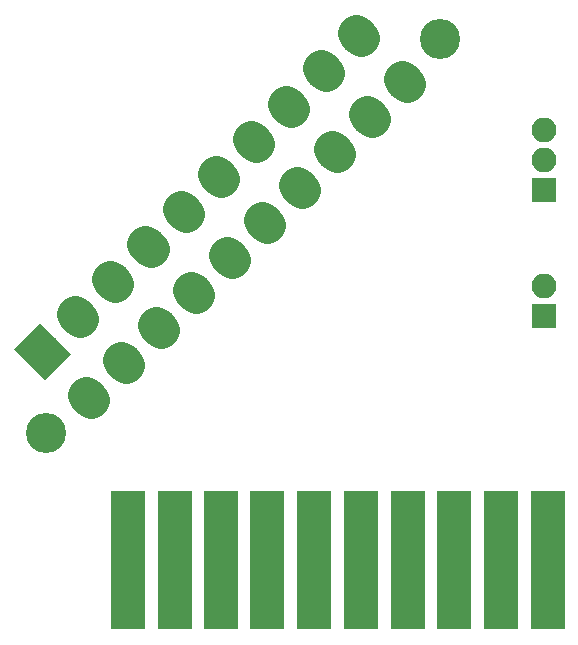
<source format=gbr>
G04 #@! TF.GenerationSoftware,KiCad,Pcbnew,5.0.0-fee4fd1~65~ubuntu17.10.1*
G04 #@! TF.CreationDate,2018-07-28T17:47:53-07:00*
G04 #@! TF.ProjectId,_autosave-ATX2PCjr,5F6175746F736176652D415458325043,rev?*
G04 #@! TF.SameCoordinates,Original*
G04 #@! TF.FileFunction,Soldermask,Top*
G04 #@! TF.FilePolarity,Negative*
%FSLAX46Y46*%
G04 Gerber Fmt 4.6, Leading zero omitted, Abs format (unit mm)*
G04 Created by KiCad (PCBNEW 5.0.0-fee4fd1~65~ubuntu17.10.1) date Sat Jul 28 17:47:53 2018*
%MOMM*%
%LPD*%
G01*
G04 APERTURE LIST*
%ADD10C,3.100000*%
%ADD11C,0.100000*%
%ADD12C,3.100000*%
%ADD13C,3.400000*%
%ADD14R,2.900000X11.720000*%
%ADD15R,2.100000X2.100000*%
%ADD16O,2.100000X2.100000*%
G04 APERTURE END LIST*
D10*
G04 #@! TO.C,J1*
X101380758Y-71979242D03*
D11*
G36*
X101592890Y-74383405D02*
X98976595Y-71767110D01*
X101168626Y-69575079D01*
X103784921Y-72191374D01*
X101592890Y-74383405D01*
X101592890Y-74383405D01*
G37*
D10*
X104350606Y-69009394D03*
D12*
X104138474Y-68797262D02*
X104562738Y-69221526D01*
D10*
X107320455Y-66039545D03*
D12*
X107108323Y-65827413D02*
X107532587Y-66251677D01*
D10*
X110290303Y-63069697D03*
D12*
X110078171Y-62857565D02*
X110502435Y-63281829D01*
D10*
X113260152Y-60099848D03*
D12*
X113048020Y-59887716D02*
X113472284Y-60311980D01*
D10*
X116230000Y-57130000D03*
D12*
X116017868Y-56917868D02*
X116442132Y-57342132D01*
D10*
X119199849Y-54160151D03*
D12*
X118987717Y-53948019D02*
X119411981Y-54372283D01*
D10*
X122169697Y-51190303D03*
D12*
X121957565Y-50978171D02*
X122381829Y-51402435D01*
D10*
X125139546Y-48220454D03*
D12*
X124927414Y-48008322D02*
X125351678Y-48432586D01*
D10*
X128109394Y-45250606D03*
D12*
X127897262Y-45038474D02*
X128321526Y-45462738D01*
D10*
X105269845Y-75868329D03*
D12*
X105057713Y-75656197D02*
X105481977Y-76080461D01*
D10*
X108239694Y-72898481D03*
D12*
X108027562Y-72686349D02*
X108451826Y-73110613D01*
D10*
X111209542Y-69928632D03*
D12*
X110997410Y-69716500D02*
X111421674Y-70140764D01*
D10*
X114179391Y-66958784D03*
D12*
X113967259Y-66746652D02*
X114391523Y-67170916D01*
D10*
X117149239Y-63988935D03*
D12*
X116937107Y-63776803D02*
X117361371Y-64201067D01*
D10*
X120119088Y-61019087D03*
D12*
X119906956Y-60806955D02*
X120331220Y-61231219D01*
D10*
X123088936Y-58049238D03*
D12*
X122876804Y-57837106D02*
X123301068Y-58261370D01*
D10*
X126058785Y-55079390D03*
D12*
X125846653Y-54867258D02*
X126270917Y-55291522D01*
D10*
X129028633Y-52109541D03*
D12*
X128816501Y-51897409D02*
X129240765Y-52321673D01*
D10*
X131998482Y-49139693D03*
D12*
X131786350Y-48927561D02*
X132210614Y-49351825D01*
D13*
X101621174Y-78866462D03*
X134996614Y-45491022D03*
G04 #@! TD*
D14*
G04 #@! TO.C,J2*
X108630000Y-89660000D03*
X112570000Y-89660000D03*
X116510000Y-89660000D03*
X120380000Y-89660000D03*
X124380000Y-89660000D03*
X128350000Y-89660000D03*
X132290000Y-89660000D03*
X136240000Y-89660000D03*
X140180000Y-89660000D03*
X144130000Y-89660000D03*
G04 #@! TD*
D15*
G04 #@! TO.C,J3*
X143810000Y-68950000D03*
D16*
X143810000Y-66410000D03*
G04 #@! TD*
D15*
G04 #@! TO.C,J4*
X143810000Y-58270000D03*
D16*
X143810000Y-55730000D03*
X143810000Y-53190000D03*
G04 #@! TD*
M02*

</source>
